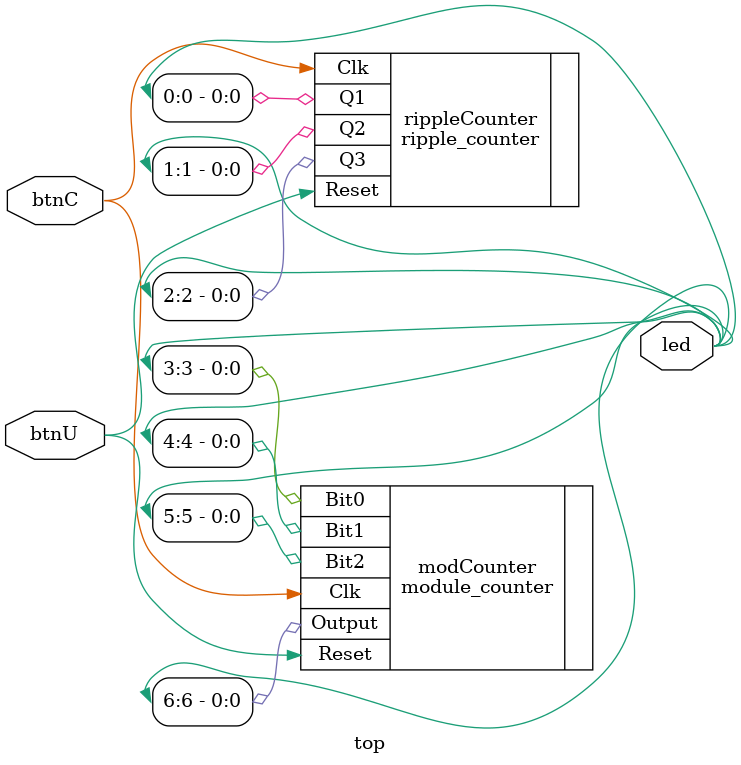
<source format=v>
module top(
    input btnC, btnU,
    output [6:0] led
);
    ripple_counter rippleCounter(
        .Reset(btnU),
        .Clk(btnC),
        .Q1(led[0]),
        .Q2(led[1]),
        .Q3(led[2])
    );
    
    module_counter modCounter(
        .Reset(btnU),
        .Clk(btnC),
        .Bit0(led[3]),
        .Bit1(led[4]),
        .Bit2(led[5]),
        .Output(led[6])
    );

endmodule

</source>
